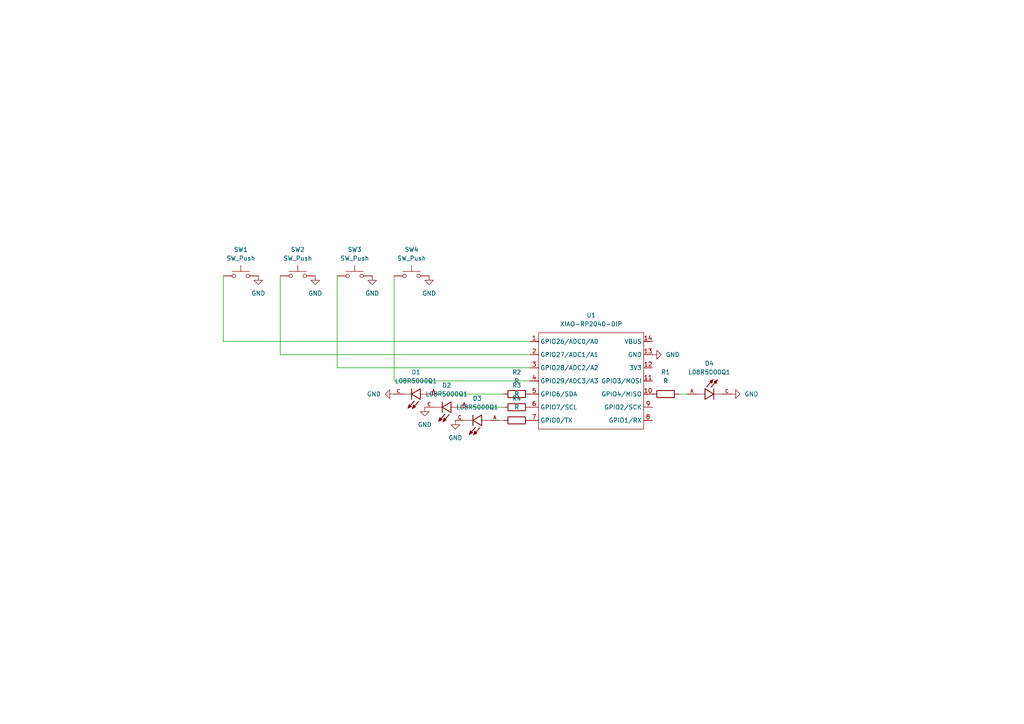
<source format=kicad_sch>
(kicad_sch (version 20231120) (generator "eeschema") (generator_version "8.0")
  (paper "A4")
  (lib_symbols
    (symbol "Device:R" (pin_numbers hide) (pin_names (offset 0))
      (property "Reference" "R" (at 2.032 0 90))
      (property "Value" "R" (at 0 0 90))
      (symbol "R_0_1"
        (rectangle (start -1.016 -2.54) (end 1.016 2.54) (stroke (width 0.254)))
      )
      (symbol "R_1_1"
        (pin passive line (at 0 3.81 270) (length 1.27) (name "~") (number "1"))
        (pin passive line (at 0 -3.81 90) (length 1.27) (name "~") (number "2"))
      )
    )
    (symbol "PathfinderLED:L08R5000Q1" (pin_names (offset 1.016))
      (property "Reference" "D" (at -3.0988 4.4958 0))
      (property "Value" "L08R5000Q1" (at -3.556 -3.302 0))
      (symbol "L08R5000Q1_0_0"
        (polyline (pts (xy -2.54 -1.524) (xy 0 0)) (stroke (width 0.254)))
        (polyline (pts (xy -2.54 0) (xy -5.08 0)) (stroke (width 0.1524)))
        (polyline (pts (xy -2.54 0) (xy -2.54 -1.524)) (stroke (width 0.254)))
        (polyline (pts (xy -2.54 1.524) (xy -2.54 0)) (stroke (width 0.254)))
        (polyline (pts (xy -1.1176 3.683) (xy -0.2286 4.1656)) (stroke (width 0.254)))
        (polyline (pts (xy -0.9398 3.6068) (xy -0.7112 3.7592)) (stroke (width 0.254)))
        (polyline (pts (xy -0.5588 3.2004) (xy -1.1176 3.683)) (stroke (width 0.254)))
        (polyline (pts (xy -0.5588 3.2004) (xy -0.5334 3.937)) (stroke (width 0.254)))
        (polyline (pts (xy -0.5334 3.937) (xy -0.6604 3.937)) (stroke (width 0.254)))
        (polyline (pts (xy -0.2286 4.1656) (xy -2.0066 2.1336)) (stroke (width 0.254)))
        (polyline (pts (xy -0.2286 4.1656) (xy -0.5588 3.2004)) (stroke (width 0.254)))
        (polyline (pts (xy 0 0) (xy -2.54 1.524)) (stroke (width 0.254)))
        (polyline (pts (xy 0 0) (xy 0 -1.524)) (stroke (width 0.254)))
        (polyline (pts (xy 0 1.524) (xy 0 0)) (stroke (width 0.254)))
        (polyline (pts (xy 0.127 3.5814) (xy 1.016 4.064)) (stroke (width 0.254)))
        (polyline (pts (xy 0.3048 3.5052) (xy 0.5334 3.6576)) (stroke (width 0.254)))
        (polyline (pts (xy 0.6858 3.0988) (xy 0.127 3.5814)) (stroke (width 0.254)))
        (polyline (pts (xy 0.6858 3.0988) (xy 0.7112 3.8354)) (stroke (width 0.254)))
        (polyline (pts (xy 0.7112 3.8354) (xy 0.5842 3.8354)) (stroke (width 0.254)))
        (polyline (pts (xy 1.016 4.064) (xy -0.762 2.032)) (stroke (width 0.254)))
        (polyline (pts (xy 1.016 4.064) (xy 0.6858 3.0988)) (stroke (width 0.254)))
        (polyline (pts (xy 2.54 0) (xy 0 0)) (stroke (width 0.1524)))
        (pin passive line (at -7.62 0 0) (length 2.54) (name "~") (number "A"))
        (pin passive line (at 5.08 0 180) (length 2.54) (name "~") (number "C"))
      )
    )
    (symbol "Seeed_Studio_XIAO_Series:XIAO-RP2040-DIP"
      (property "Reference" "U" (at 0 0 0))
      (property "Value" "XIAO-RP2040-DIP" (at 5.334 -1.778 0))
      (symbol "XIAO-RP2040-DIP_1_0"
        (polyline (pts (xy -1.27 -30.48) (xy -1.27 -16.51)) (stroke (width 0.1524)))
        (polyline (pts (xy -1.27 -27.94) (xy -2.54 -27.94)) (stroke (width 0.1524)))
        (polyline (pts (xy -1.27 -24.13) (xy -2.54 -24.13)) (stroke (width 0.1524)))
        (polyline (pts (xy -1.27 -20.32) (xy -2.54 -20.32)) (stroke (width 0.1524)))
        (polyline (pts (xy -1.27 -16.51) (xy -2.54 -16.51)) (stroke (width 0.1524)))
        (polyline (pts (xy -1.27 -16.51) (xy -1.27 -12.7)) (stroke (width 0.1524)))
        (polyline (pts (xy -1.27 -12.7) (xy -2.54 -12.7)) (stroke (width 0.1524)))
        (polyline (pts (xy -1.27 -12.7) (xy -1.27 -8.89)) (stroke (width 0.1524)))
        (polyline (pts (xy -1.27 -8.89) (xy -2.54 -8.89)) (stroke (width 0.1524)))
        (polyline (pts (xy -1.27 -8.89) (xy -1.27 -5.08)) (stroke (width 0.1524)))
        (polyline (pts (xy -1.27 -5.08) (xy -2.54 -5.08)) (stroke (width 0.1524)))
        (polyline (pts (xy -1.27 -5.08) (xy -1.27 -2.54)) (stroke (width 0.1524)))
        (polyline (pts (xy -1.27 -2.54) (xy 29.21 -2.54)) (stroke (width 0.1524)))
        (polyline (pts (xy 29.21 -30.48) (xy -1.27 -30.48)) (stroke (width 0.1524)))
        (polyline (pts (xy 29.21 -12.7) (xy 29.21 -30.48)) (stroke (width 0.1524)))
        (polyline (pts (xy 29.21 -8.89) (xy 29.21 -12.7)) (stroke (width 0.1524)))
        (polyline (pts (xy 29.21 -5.08) (xy 29.21 -8.89)) (stroke (width 0.1524)))
        (polyline (pts (xy 29.21 -2.54) (xy 29.21 -5.08)) (stroke (width 0.1524)))
        (polyline (pts (xy 30.48 -27.94) (xy 29.21 -27.94)) (stroke (width 0.1524)))
        (polyline (pts (xy 30.48 -24.13) (xy 29.21 -24.13)) (stroke (width 0.1524)))
        (polyline (pts (xy 30.48 -20.32) (xy 29.21 -20.32)) (stroke (width 0.1524)))
        (polyline (pts (xy 30.48 -16.51) (xy 29.21 -16.51)) (stroke (width 0.1524)))
        (polyline (pts (xy 30.48 -12.7) (xy 29.21 -12.7)) (stroke (width 0.1524)))
        (polyline (pts (xy 30.48 -8.89) (xy 29.21 -8.89)) (stroke (width 0.1524)))
        (polyline (pts (xy 30.48 -5.08) (xy 29.21 -5.08)) (stroke (width 0.1524)))
        (pin passive line (at -3.81 -5.08 0) (length 2.54) (name "GPIO26/ADC0/A0") (number "1"))
        (pin passive line (at 31.75 -20.32 180) (length 2.54) (name "GPIO4/MISO") (number "10"))
        (pin passive line (at 31.75 -16.51 180) (length 2.54) (name "GPIO3/MOSI") (number "11"))
        (pin passive line (at 31.75 -12.7 180) (length 2.54) (name "3V3") (number "12"))
        (pin passive line (at 31.75 -8.89 180) (length 2.54) (name "GND") (number "13"))
        (pin passive line (at 31.75 -5.08 180) (length 2.54) (name "VBUS") (number "14"))
        (pin passive line (at -3.81 -8.89 0) (length 2.54) (name "GPIO27/ADC1/A1") (number "2"))
        (pin passive line (at -3.81 -12.7 0) (length 2.54) (name "GPIO28/ADC2/A2") (number "3"))
        (pin passive line (at -3.81 -16.51 0) (length 2.54) (name "GPIO29/ADC3/A3") (number "4"))
        (pin passive line (at -3.81 -20.32 0) (length 2.54) (name "GPIO6/SDA") (number "5"))
        (pin passive line (at -3.81 -24.13 0) (length 2.54) (name "GPIO7/SCL") (number "6"))
        (pin passive line (at -3.81 -27.94 0) (length 2.54) (name "GPIO0/TX") (number "7"))
        (pin passive line (at 31.75 -27.94 180) (length 2.54) (name "GPIO1/RX") (number "8"))
        (pin passive line (at 31.75 -24.13 180) (length 2.54) (name "GPIO2/SCK") (number "9"))
      )
    )
    (symbol "Switch:SW_Push" (pin_numbers hide) (pin_names (offset 1.016) hide)
      (property "Reference" "SW" (at 1.27 2.54 0))
      (property "Value" "SW_Push" (at 0 -1.524 0))
      (symbol "SW_Push_0_1"
        (circle (center -2.032 0) (radius 0.508))
        (polyline (pts (xy 0 1.27) (xy 0 3.048)))
        (polyline (pts (xy 2.54 1.27) (xy -2.54 1.27)))
        (circle (center 2.032 0) (radius 0.508))
        (pin passive line (at -5.08 0 0) (length 2.54) (name "1") (number "1"))
        (pin passive line (at 5.08 0 180) (length 2.54) (name "2") (number "2"))
      )
    )
    (symbol "power:GND" (power) (pin_numbers hide) (pin_names (offset 0) hide)
      (property "Value" "GND" (at 0 -3.81 0))
      (symbol "GND_0_1"
        (polyline (pts (xy 0 0) (xy 0 -1.27) (xy 1.27 -1.27) (xy 0 -2.54) (xy -1.27 -1.27) (xy 0 -1.27)))
      )
      (symbol "GND_1_1"
        (pin power_in line (at 0 0 270) (length 0) (name "~") (number "1"))
      )
    )
  )
  (wire (pts (xy 81.28 102.87) (xy 153.67 102.87)))
  (wire (pts (xy 114.3 80.01) (xy 114.3 110.49)))
  (wire (pts (xy 114.3 110.49) (xy 153.67 110.49)))
  (wire (pts (xy 127 114.3) (xy 146.05 114.3)))
  (wire (pts (xy 64.77 99.06) (xy 153.67 99.06)))
  (wire (pts (xy 135.89 118.11) (xy 146.05 118.11)))
  (wire (pts (xy 196.85 114.3) (xy 199.39 114.3)))
  (wire (pts (xy 81.28 80.01) (xy 81.28 102.87)))
  (wire (pts (xy 64.77 80.01) (xy 64.77 99.06)))
  (wire (pts (xy 97.79 106.68) (xy 153.67 106.68)))
  (wire (pts (xy 144.78 121.92) (xy 146.05 121.92)))
  (wire (pts (xy 97.79 80.01) (xy 97.79 106.68)))
  (symbol (lib_id "power:GND") (at 74.93 80.01 0) (unit 1)
    (property "Reference" "#PWR01" (effects (hide yes)))
    (property "Value" "GND" (at 74.93 85.09 0))
    (property "Description" "Power symbol creates a global label with name \"GND\" , ground" (effects (hide yes)))
  )
  (symbol (lib_id "power:GND") (at 123.19 118.11 0) (unit 1)
    (property "Reference" "#PWR06" (effects (hide yes)))
    (property "Value" "GND" (at 123.19 123.19 0))
    (property "Description" "Power symbol creates a global label with name \"GND\" , ground" (effects (hide yes)))
  )
  (symbol (lib_id "Switch:SW_Push") (at 119.38 80.01 0) (unit 1)
    (property "Reference" "SW4" (at 119.38 72.39 0))
    (property "Value" "SW_Push" (at 119.38 74.93 0))
    (property "Footprint" "Button_Switch_Keyboard:SW_Cherry_MX_1.00u_PCB" (effects (hide yes)))
    (property "Description" "Push button switch, generic, two pins" (effects (hide yes)))
  )
  (symbol (lib_id "power:GND") (at 107.95 80.01 0) (unit 1)
    (property "Reference" "#PWR03" (effects (hide yes)))
    (property "Value" "GND" (at 107.95 85.09 0))
    (property "Description" "Power symbol creates a global label with name \"GND\" , ground" (effects (hide yes)))
  )
  (symbol (lib_id "PathfinderLED:L08R5000Q1") (at 137.16 121.92 180) (unit 1)
    (property "Reference" "D3" (at 138.43 115.57 0))
    (property "Value" "L08R5000Q1" (at 138.43 118.11 0))
    (property "Footprint" "PathfinderLED:LEDRD254W57D500H1070" (effects (hide yes)))
    (property "MF" "LED Technology" (effects (hide yes)))
    (property "MAXIMUM_PACKAGE_HEIGHT" "10.7mm" (effects (hide yes)))
    (property "Package" "None" (effects (hide yes)))
    (property "Price" "None" (effects (hide yes)))
    (property "Check_prices" "https://www.snapeda.com/parts/L08R5000Q1/LED+Technology/view-part/?ref=eda" (effects (hide yes)))
    (property "STANDARD" "IPC-7351B" (effects (hide yes)))
    (property "PARTREV" "NA" (effects (hide yes)))
    (property "SnapEDA_Link" "https://www.snapeda.com/parts/L08R5000Q1/LED+Technology/view-part/?ref=snap" (effects (hide yes)))
    (property "MP" "L08R5000Q1" (effects (hide yes)))
    (property "Description_1" "\n                        \n                            LED, 5MM, ORANGE; LED / Lamp Size: 5mm / T-1 3/4; LED Colour: Orange; Typ Luminous Intensity: 4.3mcd; Viewing Angle: ...\n                        \n" (effects (hide yes)))
    (property "Availability" "Not in stock" (effects (hide yes)))
    (property "MANUFACTURER" "LED TECHNOLOGY" (effects (hide yes)))
  )
  (symbol (lib_id "Switch:SW_Push") (at 86.36 80.01 0) (unit 1)
    (property "Reference" "SW2" (at 86.36 72.39 0))
    (property "Value" "SW_Push" (at 86.36 74.93 0))
    (property "Footprint" "Button_Switch_Keyboard:SW_Cherry_MX_1.00u_PCB" (effects (hide yes)))
    (property "Description" "Push button switch, generic, two pins" (effects (hide yes)))
  )
  (symbol (lib_id "Switch:SW_Push") (at 102.87 80.01 0) (unit 1)
    (property "Reference" "SW3" (at 102.87 72.39 0))
    (property "Value" "SW_Push" (at 102.87 74.93 0))
    (property "Footprint" "Button_Switch_Keyboard:SW_Cherry_MX_1.00u_PCB" (effects (hide yes)))
    (property "Description" "Push button switch, generic, two pins" (effects (hide yes)))
  )
  (symbol (lib_id "power:GND") (at 132.08 121.92 0) (unit 1)
    (property "Reference" "#PWR07" (effects (hide yes)))
    (property "Value" "GND" (at 132.08 127 0))
    (property "Description" "Power symbol creates a global label with name \"GND\" , ground" (effects (hide yes)))
  )
  (symbol (lib_id "power:GND") (at 124.46 80.01 0) (unit 1)
    (property "Reference" "#PWR04" (effects (hide yes)))
    (property "Value" "GND" (at 124.46 85.09 0))
    (property "Description" "Power symbol creates a global label with name \"GND\" , ground" (effects (hide yes)))
  )
  (symbol (lib_id "power:GND") (at 189.23 102.87 90) (unit 1)
    (property "Reference" "#PWR09" (effects (hide yes)))
    (property "Value" "GND" (at 193.04 102.8699 90) (effects (justify right)))
    (property "Description" "Power symbol creates a global label with name \"GND\" , ground" (effects (hide yes)))
  )
  (symbol (lib_id "Device:R") (at 149.86 121.92 90) (unit 1)
    (property "Reference" "R4" (at 149.86 115.57 90))
    (property "Value" "R" (at 149.86 118.11 90))
    (property "Footprint" "Resistor_THT:R_Axial_DIN0204_L3.6mm_D1.6mm_P5.08mm_Horizontal" (effects (hide yes)))
    (property "Description" "Resistor" (effects (hide yes)))
  )
  (symbol (lib_id "Switch:SW_Push") (at 69.85 80.01 0) (unit 1)
    (property "Reference" "SW1" (at 69.85 72.39 0))
    (property "Value" "SW_Push" (at 69.85 74.93 0))
    (property "Footprint" "Button_Switch_Keyboard:SW_Cherry_MX_1.00u_PCB" (effects (hide yes)))
    (property "Description" "Push button switch, generic, two pins" (effects (hide yes)))
  )
  (symbol (lib_id "PathfinderLED:L08R5000Q1") (at 207.01 114.3 0) (unit 1)
    (property "Reference" "D4" (at 205.74 105.41 0))
    (property "Value" "L08R5000Q1" (at 205.74 107.95 0))
    (property "Footprint" "PathfinderLED:LEDRD254W57D500H1070" (effects (hide yes)))
    (property "MF" "LED Technology" (effects (hide yes)))
    (property "MAXIMUM_PACKAGE_HEIGHT" "10.7mm" (effects (hide yes)))
    (property "Package" "None" (effects (hide yes)))
    (property "Price" "None" (effects (hide yes)))
    (property "Check_prices" "https://www.snapeda.com/parts/L08R5000Q1/LED+Technology/view-part/?ref=eda" (effects (hide yes)))
    (property "STANDARD" "IPC-7351B" (effects (hide yes)))
    (property "PARTREV" "NA" (effects (hide yes)))
    (property "SnapEDA_Link" "https://www.snapeda.com/parts/L08R5000Q1/LED+Technology/view-part/?ref=snap" (effects (hide yes)))
    (property "MP" "L08R5000Q1" (effects (hide yes)))
    (property "Description_1" "\n                        \n                            LED, 5MM, ORANGE; LED / Lamp Size: 5mm / T-1 3/4; LED Colour: Orange; Typ Luminous Intensity: 4.3mcd; Viewing Angle: ...\n                        \n" (effects (hide yes)))
    (property "Availability" "Not in stock" (effects (hide yes)))
    (property "MANUFACTURER" "LED TECHNOLOGY" (effects (hide yes)))
  )
  (symbol (lib_id "Device:R") (at 193.04 114.3 90) (unit 1)
    (property "Reference" "R1" (at 193.04 107.95 90))
    (property "Value" "R" (at 193.04 110.49 90))
    (property "Footprint" "Resistor_THT:R_Axial_DIN0204_L3.6mm_D1.6mm_P5.08mm_Horizontal" (effects (hide yes)))
    (property "Description" "Resistor" (effects (hide yes)))
  )
  (symbol (lib_id "PathfinderLED:L08R5000Q1") (at 128.27 118.11 180) (unit 1)
    (property "Reference" "D2" (at 129.54 111.76 0))
    (property "Value" "L08R5000Q1" (at 129.54 114.3 0))
    (property "Footprint" "PathfinderLED:LEDRD254W57D500H1070" (effects (hide yes)))
    (property "MF" "LED Technology" (effects (hide yes)))
    (property "MAXIMUM_PACKAGE_HEIGHT" "10.7mm" (effects (hide yes)))
    (property "Package" "None" (effects (hide yes)))
    (property "Price" "None" (effects (hide yes)))
    (property "Check_prices" "https://www.snapeda.com/parts/L08R5000Q1/LED+Technology/view-part/?ref=eda" (effects (hide yes)))
    (property "STANDARD" "IPC-7351B" (effects (hide yes)))
    (property "PARTREV" "NA" (effects (hide yes)))
    (property "SnapEDA_Link" "https://www.snapeda.com/parts/L08R5000Q1/LED+Technology/view-part/?ref=snap" (effects (hide yes)))
    (property "MP" "L08R5000Q1" (effects (hide yes)))
    (property "Description_1" "\n                        \n                            LED, 5MM, ORANGE; LED / Lamp Size: 5mm / T-1 3/4; LED Colour: Orange; Typ Luminous Intensity: 4.3mcd; Viewing Angle: ...\n                        \n" (effects (hide yes)))
    (property "Availability" "Not in stock" (effects (hide yes)))
    (property "MANUFACTURER" "LED TECHNOLOGY" (effects (hide yes)))
  )
  (symbol (lib_id "power:GND") (at 114.3 114.3 270) (unit 1)
    (property "Reference" "#PWR05" (effects (hide yes)))
    (property "Value" "GND" (at 110.49 114.2999 90) (effects (justify right)))
    (property "Description" "Power symbol creates a global label with name \"GND\" , ground" (effects (hide yes)))
  )
  (symbol (lib_id "Device:R") (at 149.86 114.3 90) (unit 1)
    (property "Reference" "R2" (at 149.86 107.95 90))
    (property "Value" "R" (at 149.86 110.49 90))
    (property "Footprint" "Resistor_THT:R_Axial_DIN0204_L3.6mm_D1.6mm_P5.08mm_Horizontal" (effects (hide yes)))
    (property "Description" "Resistor" (effects (hide yes)))
  )
  (symbol (lib_id "Seeed_Studio_XIAO_Series:XIAO-RP2040-DIP") (at 157.48 93.98 0) (unit 1)
    (property "Reference" "U1" (at 171.45 91.44 0))
    (property "Value" "XIAO-RP2040-DIP" (at 171.45 93.98 0))
    (property "Footprint" "Seeed Studio XIAO Series Library:XIAO-RP2040-DIP" (effects (hide yes)))
  )
  (symbol (lib_id "PathfinderLED:L08R5000Q1") (at 119.38 114.3 180) (unit 1)
    (property "Reference" "D1" (at 120.65 107.95 0))
    (property "Value" "L08R5000Q1" (at 120.65 110.49 0))
    (property "Footprint" "PathfinderLED:LEDRD254W57D500H1070" (effects (hide yes)))
    (property "MF" "LED Technology" (effects (hide yes)))
    (property "MAXIMUM_PACKAGE_HEIGHT" "10.7mm" (effects (hide yes)))
    (property "Package" "None" (effects (hide yes)))
    (property "Price" "None" (effects (hide yes)))
    (property "Check_prices" "https://www.snapeda.com/parts/L08R5000Q1/LED+Technology/view-part/?ref=eda" (effects (hide yes)))
    (property "STANDARD" "IPC-7351B" (effects (hide yes)))
    (property "PARTREV" "NA" (effects (hide yes)))
    (property "SnapEDA_Link" "https://www.snapeda.com/parts/L08R5000Q1/LED+Technology/view-part/?ref=snap" (effects (hide yes)))
    (property "MP" "L08R5000Q1" (effects (hide yes)))
    (property "Description_1" "\n                        \n                            LED, 5MM, ORANGE; LED / Lamp Size: 5mm / T-1 3/4; LED Colour: Orange; Typ Luminous Intensity: 4.3mcd; Viewing Angle: ...\n                        \n" (effects (hide yes)))
    (property "Availability" "Not in stock" (effects (hide yes)))
    (property "MANUFACTURER" "LED TECHNOLOGY" (effects (hide yes)))
  )
  (symbol (lib_id "power:GND") (at 212.09 114.3 90) (unit 1)
    (property "Reference" "#PWR08" (effects (hide yes)))
    (property "Value" "GND" (at 215.9 114.2999 90) (effects (justify right)))
    (property "Description" "Power symbol creates a global label with name \"GND\" , ground" (effects (hide yes)))
  )
  (symbol (lib_id "power:GND") (at 91.44 80.01 0) (unit 1)
    (property "Reference" "#PWR02" (effects (hide yes)))
    (property "Value" "GND" (at 91.44 85.09 0))
    (property "Description" "Power symbol creates a global label with name \"GND\" , ground" (effects (hide yes)))
  )
  (symbol (lib_id "Device:R") (at 149.86 118.11 90) (unit 1)
    (property "Reference" "R3" (at 149.86 111.76 90))
    (property "Value" "R" (at 149.86 114.3 90))
    (property "Footprint" "Resistor_THT:R_Axial_DIN0204_L3.6mm_D1.6mm_P5.08mm_Horizontal" (effects (hide yes)))
    (property "Description" "Resistor" (effects (hide yes)))
  )
)
</source>
